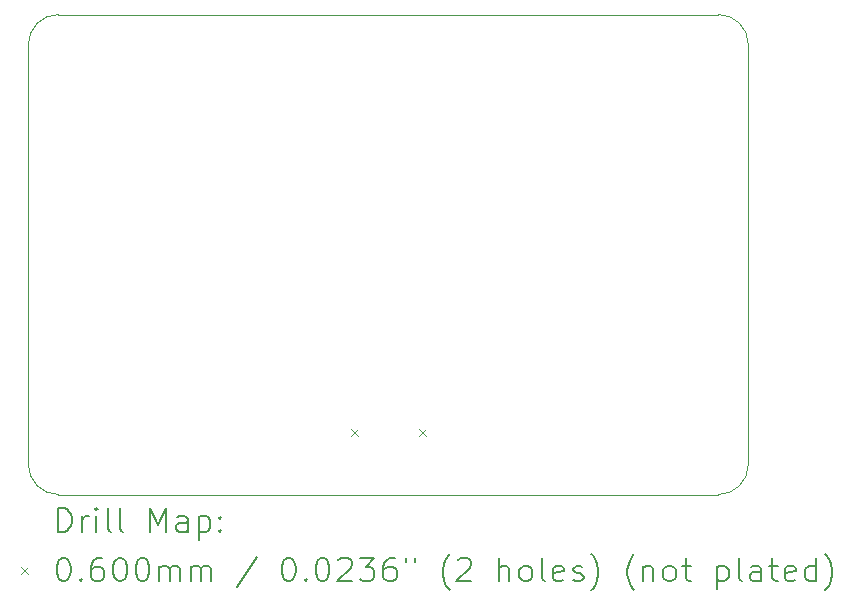
<source format=gbr>
%TF.GenerationSoftware,KiCad,Pcbnew,(6.0.7)*%
%TF.CreationDate,2023-02-15T12:48:18-05:00*%
%TF.ProjectId,CDR_Board,4344525f-426f-4617-9264-2e6b69636164,rev?*%
%TF.SameCoordinates,Original*%
%TF.FileFunction,Drillmap*%
%TF.FilePolarity,Positive*%
%FSLAX45Y45*%
G04 Gerber Fmt 4.5, Leading zero omitted, Abs format (unit mm)*
G04 Created by KiCad (PCBNEW (6.0.7)) date 2023-02-15 12:48:18*
%MOMM*%
%LPD*%
G01*
G04 APERTURE LIST*
%ADD10C,0.100000*%
%ADD11C,0.200000*%
%ADD12C,0.060000*%
G04 APERTURE END LIST*
D10*
X12446000Y-11684000D02*
X18034000Y-11684000D01*
X12446000Y-7620000D02*
G75*
G03*
X12192000Y-7874000I0J-254000D01*
G01*
X18034000Y-11684000D02*
G75*
G03*
X18288000Y-11430000I0J254000D01*
G01*
X12192000Y-11430000D02*
G75*
G03*
X12446000Y-11684000I254000J0D01*
G01*
X18288000Y-7874000D02*
G75*
G03*
X18034000Y-7620000I-254000J0D01*
G01*
X12192000Y-7874000D02*
X12192000Y-11430000D01*
X12446000Y-7620000D02*
X18034000Y-7620000D01*
X18288000Y-11430000D02*
X18288000Y-7874000D01*
D11*
D12*
X14921000Y-11128000D02*
X14981000Y-11188000D01*
X14981000Y-11128000D02*
X14921000Y-11188000D01*
X15499000Y-11128000D02*
X15559000Y-11188000D01*
X15559000Y-11128000D02*
X15499000Y-11188000D01*
D11*
X12444619Y-11999476D02*
X12444619Y-11799476D01*
X12492238Y-11799476D01*
X12520809Y-11809000D01*
X12539857Y-11828048D01*
X12549381Y-11847095D01*
X12558905Y-11885190D01*
X12558905Y-11913762D01*
X12549381Y-11951857D01*
X12539857Y-11970905D01*
X12520809Y-11989952D01*
X12492238Y-11999476D01*
X12444619Y-11999476D01*
X12644619Y-11999476D02*
X12644619Y-11866143D01*
X12644619Y-11904238D02*
X12654143Y-11885190D01*
X12663667Y-11875667D01*
X12682714Y-11866143D01*
X12701762Y-11866143D01*
X12768428Y-11999476D02*
X12768428Y-11866143D01*
X12768428Y-11799476D02*
X12758905Y-11809000D01*
X12768428Y-11818524D01*
X12777952Y-11809000D01*
X12768428Y-11799476D01*
X12768428Y-11818524D01*
X12892238Y-11999476D02*
X12873190Y-11989952D01*
X12863667Y-11970905D01*
X12863667Y-11799476D01*
X12997000Y-11999476D02*
X12977952Y-11989952D01*
X12968428Y-11970905D01*
X12968428Y-11799476D01*
X13225571Y-11999476D02*
X13225571Y-11799476D01*
X13292238Y-11942333D01*
X13358905Y-11799476D01*
X13358905Y-11999476D01*
X13539857Y-11999476D02*
X13539857Y-11894714D01*
X13530333Y-11875667D01*
X13511286Y-11866143D01*
X13473190Y-11866143D01*
X13454143Y-11875667D01*
X13539857Y-11989952D02*
X13520809Y-11999476D01*
X13473190Y-11999476D01*
X13454143Y-11989952D01*
X13444619Y-11970905D01*
X13444619Y-11951857D01*
X13454143Y-11932809D01*
X13473190Y-11923286D01*
X13520809Y-11923286D01*
X13539857Y-11913762D01*
X13635095Y-11866143D02*
X13635095Y-12066143D01*
X13635095Y-11875667D02*
X13654143Y-11866143D01*
X13692238Y-11866143D01*
X13711286Y-11875667D01*
X13720809Y-11885190D01*
X13730333Y-11904238D01*
X13730333Y-11961381D01*
X13720809Y-11980428D01*
X13711286Y-11989952D01*
X13692238Y-11999476D01*
X13654143Y-11999476D01*
X13635095Y-11989952D01*
X13816048Y-11980428D02*
X13825571Y-11989952D01*
X13816048Y-11999476D01*
X13806524Y-11989952D01*
X13816048Y-11980428D01*
X13816048Y-11999476D01*
X13816048Y-11875667D02*
X13825571Y-11885190D01*
X13816048Y-11894714D01*
X13806524Y-11885190D01*
X13816048Y-11875667D01*
X13816048Y-11894714D01*
D12*
X12127000Y-12299000D02*
X12187000Y-12359000D01*
X12187000Y-12299000D02*
X12127000Y-12359000D01*
D11*
X12482714Y-12219476D02*
X12501762Y-12219476D01*
X12520809Y-12229000D01*
X12530333Y-12238524D01*
X12539857Y-12257571D01*
X12549381Y-12295667D01*
X12549381Y-12343286D01*
X12539857Y-12381381D01*
X12530333Y-12400428D01*
X12520809Y-12409952D01*
X12501762Y-12419476D01*
X12482714Y-12419476D01*
X12463667Y-12409952D01*
X12454143Y-12400428D01*
X12444619Y-12381381D01*
X12435095Y-12343286D01*
X12435095Y-12295667D01*
X12444619Y-12257571D01*
X12454143Y-12238524D01*
X12463667Y-12229000D01*
X12482714Y-12219476D01*
X12635095Y-12400428D02*
X12644619Y-12409952D01*
X12635095Y-12419476D01*
X12625571Y-12409952D01*
X12635095Y-12400428D01*
X12635095Y-12419476D01*
X12816048Y-12219476D02*
X12777952Y-12219476D01*
X12758905Y-12229000D01*
X12749381Y-12238524D01*
X12730333Y-12267095D01*
X12720809Y-12305190D01*
X12720809Y-12381381D01*
X12730333Y-12400428D01*
X12739857Y-12409952D01*
X12758905Y-12419476D01*
X12797000Y-12419476D01*
X12816048Y-12409952D01*
X12825571Y-12400428D01*
X12835095Y-12381381D01*
X12835095Y-12333762D01*
X12825571Y-12314714D01*
X12816048Y-12305190D01*
X12797000Y-12295667D01*
X12758905Y-12295667D01*
X12739857Y-12305190D01*
X12730333Y-12314714D01*
X12720809Y-12333762D01*
X12958905Y-12219476D02*
X12977952Y-12219476D01*
X12997000Y-12229000D01*
X13006524Y-12238524D01*
X13016048Y-12257571D01*
X13025571Y-12295667D01*
X13025571Y-12343286D01*
X13016048Y-12381381D01*
X13006524Y-12400428D01*
X12997000Y-12409952D01*
X12977952Y-12419476D01*
X12958905Y-12419476D01*
X12939857Y-12409952D01*
X12930333Y-12400428D01*
X12920809Y-12381381D01*
X12911286Y-12343286D01*
X12911286Y-12295667D01*
X12920809Y-12257571D01*
X12930333Y-12238524D01*
X12939857Y-12229000D01*
X12958905Y-12219476D01*
X13149381Y-12219476D02*
X13168428Y-12219476D01*
X13187476Y-12229000D01*
X13197000Y-12238524D01*
X13206524Y-12257571D01*
X13216048Y-12295667D01*
X13216048Y-12343286D01*
X13206524Y-12381381D01*
X13197000Y-12400428D01*
X13187476Y-12409952D01*
X13168428Y-12419476D01*
X13149381Y-12419476D01*
X13130333Y-12409952D01*
X13120809Y-12400428D01*
X13111286Y-12381381D01*
X13101762Y-12343286D01*
X13101762Y-12295667D01*
X13111286Y-12257571D01*
X13120809Y-12238524D01*
X13130333Y-12229000D01*
X13149381Y-12219476D01*
X13301762Y-12419476D02*
X13301762Y-12286143D01*
X13301762Y-12305190D02*
X13311286Y-12295667D01*
X13330333Y-12286143D01*
X13358905Y-12286143D01*
X13377952Y-12295667D01*
X13387476Y-12314714D01*
X13387476Y-12419476D01*
X13387476Y-12314714D02*
X13397000Y-12295667D01*
X13416048Y-12286143D01*
X13444619Y-12286143D01*
X13463667Y-12295667D01*
X13473190Y-12314714D01*
X13473190Y-12419476D01*
X13568428Y-12419476D02*
X13568428Y-12286143D01*
X13568428Y-12305190D02*
X13577952Y-12295667D01*
X13597000Y-12286143D01*
X13625571Y-12286143D01*
X13644619Y-12295667D01*
X13654143Y-12314714D01*
X13654143Y-12419476D01*
X13654143Y-12314714D02*
X13663667Y-12295667D01*
X13682714Y-12286143D01*
X13711286Y-12286143D01*
X13730333Y-12295667D01*
X13739857Y-12314714D01*
X13739857Y-12419476D01*
X14130333Y-12209952D02*
X13958905Y-12467095D01*
X14387476Y-12219476D02*
X14406524Y-12219476D01*
X14425571Y-12229000D01*
X14435095Y-12238524D01*
X14444619Y-12257571D01*
X14454143Y-12295667D01*
X14454143Y-12343286D01*
X14444619Y-12381381D01*
X14435095Y-12400428D01*
X14425571Y-12409952D01*
X14406524Y-12419476D01*
X14387476Y-12419476D01*
X14368428Y-12409952D01*
X14358905Y-12400428D01*
X14349381Y-12381381D01*
X14339857Y-12343286D01*
X14339857Y-12295667D01*
X14349381Y-12257571D01*
X14358905Y-12238524D01*
X14368428Y-12229000D01*
X14387476Y-12219476D01*
X14539857Y-12400428D02*
X14549381Y-12409952D01*
X14539857Y-12419476D01*
X14530333Y-12409952D01*
X14539857Y-12400428D01*
X14539857Y-12419476D01*
X14673190Y-12219476D02*
X14692238Y-12219476D01*
X14711286Y-12229000D01*
X14720809Y-12238524D01*
X14730333Y-12257571D01*
X14739857Y-12295667D01*
X14739857Y-12343286D01*
X14730333Y-12381381D01*
X14720809Y-12400428D01*
X14711286Y-12409952D01*
X14692238Y-12419476D01*
X14673190Y-12419476D01*
X14654143Y-12409952D01*
X14644619Y-12400428D01*
X14635095Y-12381381D01*
X14625571Y-12343286D01*
X14625571Y-12295667D01*
X14635095Y-12257571D01*
X14644619Y-12238524D01*
X14654143Y-12229000D01*
X14673190Y-12219476D01*
X14816048Y-12238524D02*
X14825571Y-12229000D01*
X14844619Y-12219476D01*
X14892238Y-12219476D01*
X14911286Y-12229000D01*
X14920809Y-12238524D01*
X14930333Y-12257571D01*
X14930333Y-12276619D01*
X14920809Y-12305190D01*
X14806524Y-12419476D01*
X14930333Y-12419476D01*
X14997000Y-12219476D02*
X15120809Y-12219476D01*
X15054143Y-12295667D01*
X15082714Y-12295667D01*
X15101762Y-12305190D01*
X15111286Y-12314714D01*
X15120809Y-12333762D01*
X15120809Y-12381381D01*
X15111286Y-12400428D01*
X15101762Y-12409952D01*
X15082714Y-12419476D01*
X15025571Y-12419476D01*
X15006524Y-12409952D01*
X14997000Y-12400428D01*
X15292238Y-12219476D02*
X15254143Y-12219476D01*
X15235095Y-12229000D01*
X15225571Y-12238524D01*
X15206524Y-12267095D01*
X15197000Y-12305190D01*
X15197000Y-12381381D01*
X15206524Y-12400428D01*
X15216048Y-12409952D01*
X15235095Y-12419476D01*
X15273190Y-12419476D01*
X15292238Y-12409952D01*
X15301762Y-12400428D01*
X15311286Y-12381381D01*
X15311286Y-12333762D01*
X15301762Y-12314714D01*
X15292238Y-12305190D01*
X15273190Y-12295667D01*
X15235095Y-12295667D01*
X15216048Y-12305190D01*
X15206524Y-12314714D01*
X15197000Y-12333762D01*
X15387476Y-12219476D02*
X15387476Y-12257571D01*
X15463667Y-12219476D02*
X15463667Y-12257571D01*
X15758905Y-12495667D02*
X15749381Y-12486143D01*
X15730333Y-12457571D01*
X15720809Y-12438524D01*
X15711286Y-12409952D01*
X15701762Y-12362333D01*
X15701762Y-12324238D01*
X15711286Y-12276619D01*
X15720809Y-12248048D01*
X15730333Y-12229000D01*
X15749381Y-12200428D01*
X15758905Y-12190905D01*
X15825571Y-12238524D02*
X15835095Y-12229000D01*
X15854143Y-12219476D01*
X15901762Y-12219476D01*
X15920809Y-12229000D01*
X15930333Y-12238524D01*
X15939857Y-12257571D01*
X15939857Y-12276619D01*
X15930333Y-12305190D01*
X15816048Y-12419476D01*
X15939857Y-12419476D01*
X16177952Y-12419476D02*
X16177952Y-12219476D01*
X16263667Y-12419476D02*
X16263667Y-12314714D01*
X16254143Y-12295667D01*
X16235095Y-12286143D01*
X16206524Y-12286143D01*
X16187476Y-12295667D01*
X16177952Y-12305190D01*
X16387476Y-12419476D02*
X16368428Y-12409952D01*
X16358905Y-12400428D01*
X16349381Y-12381381D01*
X16349381Y-12324238D01*
X16358905Y-12305190D01*
X16368428Y-12295667D01*
X16387476Y-12286143D01*
X16416048Y-12286143D01*
X16435095Y-12295667D01*
X16444619Y-12305190D01*
X16454143Y-12324238D01*
X16454143Y-12381381D01*
X16444619Y-12400428D01*
X16435095Y-12409952D01*
X16416048Y-12419476D01*
X16387476Y-12419476D01*
X16568428Y-12419476D02*
X16549381Y-12409952D01*
X16539857Y-12390905D01*
X16539857Y-12219476D01*
X16720809Y-12409952D02*
X16701762Y-12419476D01*
X16663667Y-12419476D01*
X16644619Y-12409952D01*
X16635095Y-12390905D01*
X16635095Y-12314714D01*
X16644619Y-12295667D01*
X16663667Y-12286143D01*
X16701762Y-12286143D01*
X16720809Y-12295667D01*
X16730333Y-12314714D01*
X16730333Y-12333762D01*
X16635095Y-12352809D01*
X16806524Y-12409952D02*
X16825571Y-12419476D01*
X16863667Y-12419476D01*
X16882714Y-12409952D01*
X16892238Y-12390905D01*
X16892238Y-12381381D01*
X16882714Y-12362333D01*
X16863667Y-12352809D01*
X16835095Y-12352809D01*
X16816048Y-12343286D01*
X16806524Y-12324238D01*
X16806524Y-12314714D01*
X16816048Y-12295667D01*
X16835095Y-12286143D01*
X16863667Y-12286143D01*
X16882714Y-12295667D01*
X16958905Y-12495667D02*
X16968429Y-12486143D01*
X16987476Y-12457571D01*
X16997000Y-12438524D01*
X17006524Y-12409952D01*
X17016048Y-12362333D01*
X17016048Y-12324238D01*
X17006524Y-12276619D01*
X16997000Y-12248048D01*
X16987476Y-12229000D01*
X16968429Y-12200428D01*
X16958905Y-12190905D01*
X17320810Y-12495667D02*
X17311286Y-12486143D01*
X17292238Y-12457571D01*
X17282714Y-12438524D01*
X17273190Y-12409952D01*
X17263667Y-12362333D01*
X17263667Y-12324238D01*
X17273190Y-12276619D01*
X17282714Y-12248048D01*
X17292238Y-12229000D01*
X17311286Y-12200428D01*
X17320810Y-12190905D01*
X17397000Y-12286143D02*
X17397000Y-12419476D01*
X17397000Y-12305190D02*
X17406524Y-12295667D01*
X17425571Y-12286143D01*
X17454143Y-12286143D01*
X17473190Y-12295667D01*
X17482714Y-12314714D01*
X17482714Y-12419476D01*
X17606524Y-12419476D02*
X17587476Y-12409952D01*
X17577952Y-12400428D01*
X17568429Y-12381381D01*
X17568429Y-12324238D01*
X17577952Y-12305190D01*
X17587476Y-12295667D01*
X17606524Y-12286143D01*
X17635095Y-12286143D01*
X17654143Y-12295667D01*
X17663667Y-12305190D01*
X17673190Y-12324238D01*
X17673190Y-12381381D01*
X17663667Y-12400428D01*
X17654143Y-12409952D01*
X17635095Y-12419476D01*
X17606524Y-12419476D01*
X17730333Y-12286143D02*
X17806524Y-12286143D01*
X17758905Y-12219476D02*
X17758905Y-12390905D01*
X17768429Y-12409952D01*
X17787476Y-12419476D01*
X17806524Y-12419476D01*
X18025571Y-12286143D02*
X18025571Y-12486143D01*
X18025571Y-12295667D02*
X18044619Y-12286143D01*
X18082714Y-12286143D01*
X18101762Y-12295667D01*
X18111286Y-12305190D01*
X18120810Y-12324238D01*
X18120810Y-12381381D01*
X18111286Y-12400428D01*
X18101762Y-12409952D01*
X18082714Y-12419476D01*
X18044619Y-12419476D01*
X18025571Y-12409952D01*
X18235095Y-12419476D02*
X18216048Y-12409952D01*
X18206524Y-12390905D01*
X18206524Y-12219476D01*
X18397000Y-12419476D02*
X18397000Y-12314714D01*
X18387476Y-12295667D01*
X18368429Y-12286143D01*
X18330333Y-12286143D01*
X18311286Y-12295667D01*
X18397000Y-12409952D02*
X18377952Y-12419476D01*
X18330333Y-12419476D01*
X18311286Y-12409952D01*
X18301762Y-12390905D01*
X18301762Y-12371857D01*
X18311286Y-12352809D01*
X18330333Y-12343286D01*
X18377952Y-12343286D01*
X18397000Y-12333762D01*
X18463667Y-12286143D02*
X18539857Y-12286143D01*
X18492238Y-12219476D02*
X18492238Y-12390905D01*
X18501762Y-12409952D01*
X18520810Y-12419476D01*
X18539857Y-12419476D01*
X18682714Y-12409952D02*
X18663667Y-12419476D01*
X18625571Y-12419476D01*
X18606524Y-12409952D01*
X18597000Y-12390905D01*
X18597000Y-12314714D01*
X18606524Y-12295667D01*
X18625571Y-12286143D01*
X18663667Y-12286143D01*
X18682714Y-12295667D01*
X18692238Y-12314714D01*
X18692238Y-12333762D01*
X18597000Y-12352809D01*
X18863667Y-12419476D02*
X18863667Y-12219476D01*
X18863667Y-12409952D02*
X18844619Y-12419476D01*
X18806524Y-12419476D01*
X18787476Y-12409952D01*
X18777952Y-12400428D01*
X18768429Y-12381381D01*
X18768429Y-12324238D01*
X18777952Y-12305190D01*
X18787476Y-12295667D01*
X18806524Y-12286143D01*
X18844619Y-12286143D01*
X18863667Y-12295667D01*
X18939857Y-12495667D02*
X18949381Y-12486143D01*
X18968429Y-12457571D01*
X18977952Y-12438524D01*
X18987476Y-12409952D01*
X18997000Y-12362333D01*
X18997000Y-12324238D01*
X18987476Y-12276619D01*
X18977952Y-12248048D01*
X18968429Y-12229000D01*
X18949381Y-12200428D01*
X18939857Y-12190905D01*
M02*

</source>
